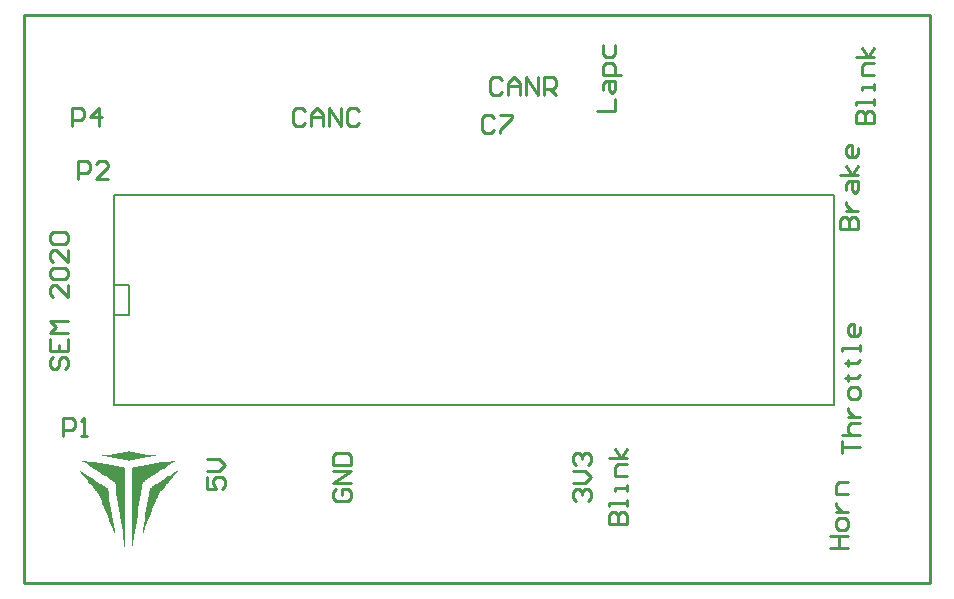
<source format=gto>
G04*
G04 #@! TF.GenerationSoftware,Altium Limited,Altium Designer,20.0.12 (288)*
G04*
G04 Layer_Color=65535*
%FSLAX25Y25*%
%MOIN*%
G70*
G01*
G75*
%ADD10C,0.00787*%
%ADD11C,0.01000*%
G36*
X36131Y59511D02*
X37885D01*
Y59219D01*
X39638D01*
Y58926D01*
X41392D01*
Y58634D01*
X43146D01*
Y58342D01*
X44899D01*
Y58049D01*
X43146D01*
Y57757D01*
X41392D01*
Y57465D01*
X39638D01*
Y57173D01*
X37885D01*
Y56880D01*
X36131D01*
Y56588D01*
X35546D01*
Y56880D01*
X33793D01*
Y57173D01*
X32039D01*
Y57465D01*
X30286D01*
Y57757D01*
X28532D01*
Y58049D01*
X26778D01*
Y58342D01*
X28532D01*
Y58634D01*
X30286D01*
Y58926D01*
X32039D01*
Y59219D01*
X33793D01*
Y59511D01*
X35546D01*
Y59803D01*
X36131D01*
Y59511D01*
D02*
G37*
G36*
X52206Y52789D02*
X51914D01*
Y52496D01*
X51621D01*
Y52204D01*
X51329D01*
Y51912D01*
X51037D01*
Y51619D01*
X50745D01*
Y51327D01*
Y51035D01*
X50452D01*
Y50743D01*
X50160D01*
Y50450D01*
X49868D01*
Y50158D01*
X49575D01*
Y49866D01*
X49283D01*
Y49574D01*
Y49281D01*
X48991D01*
Y48989D01*
X48699D01*
Y48697D01*
X48406D01*
Y48404D01*
X48114D01*
Y48112D01*
X47822D01*
Y47820D01*
Y47528D01*
X47530D01*
Y47235D01*
X47237D01*
Y46943D01*
X46945D01*
Y46651D01*
X46653D01*
Y46359D01*
X46361D01*
Y46066D01*
Y45774D01*
X46068D01*
Y45482D01*
X45776D01*
Y45189D01*
X45484D01*
Y44897D01*
Y44605D01*
Y44313D01*
X45191D01*
Y44020D01*
Y43728D01*
X44899D01*
Y43436D01*
Y43144D01*
Y42851D01*
X44607D01*
Y42559D01*
Y42267D01*
X44315D01*
Y41974D01*
Y41682D01*
Y41390D01*
X44022D01*
Y41098D01*
Y40806D01*
X43730D01*
Y40513D01*
Y40221D01*
Y39929D01*
X43438D01*
Y39636D01*
Y39344D01*
X43146D01*
Y39052D01*
Y38760D01*
Y38467D01*
X42853D01*
Y38175D01*
Y37883D01*
X42561D01*
Y37591D01*
Y37298D01*
Y37006D01*
X42269D01*
Y36714D01*
Y36421D01*
X41976D01*
Y36129D01*
Y35837D01*
Y35545D01*
X41684D01*
Y35252D01*
Y34960D01*
X41392D01*
Y34668D01*
Y34376D01*
Y34083D01*
X41100D01*
Y33791D01*
Y33499D01*
X40807D01*
Y33206D01*
Y32914D01*
Y32622D01*
X40515D01*
Y32914D01*
Y33206D01*
Y33499D01*
Y33791D01*
Y34083D01*
Y34376D01*
X40807D01*
Y34668D01*
Y34960D01*
Y35252D01*
Y35545D01*
Y35837D01*
Y36129D01*
X41100D01*
Y36421D01*
Y36714D01*
Y37006D01*
Y37298D01*
Y37591D01*
Y37883D01*
X41392D01*
Y38175D01*
Y38467D01*
Y38760D01*
Y39052D01*
Y39344D01*
X41684D01*
Y39636D01*
Y39929D01*
Y40221D01*
Y40513D01*
Y40806D01*
Y41098D01*
X41976D01*
Y41390D01*
Y41682D01*
Y41974D01*
Y42267D01*
Y42559D01*
Y42851D01*
X42269D01*
Y43144D01*
Y43436D01*
Y43728D01*
Y44020D01*
Y44313D01*
Y44605D01*
X42561D01*
Y44897D01*
Y45189D01*
Y45482D01*
Y45774D01*
Y46066D01*
Y46359D01*
X42853D01*
Y46651D01*
Y46943D01*
Y47235D01*
Y47528D01*
X43438D01*
Y47820D01*
X43730D01*
Y48112D01*
X44315D01*
Y48404D01*
X44607D01*
Y48697D01*
X45191D01*
Y48989D01*
X45484D01*
Y49281D01*
X46068D01*
Y49574D01*
X46653D01*
Y49866D01*
X46945D01*
Y50158D01*
X47530D01*
Y50450D01*
X47822D01*
Y50743D01*
X48406D01*
Y51035D01*
X48699D01*
Y51327D01*
X49283D01*
Y51619D01*
X49868D01*
Y51912D01*
X50160D01*
Y52204D01*
X50745D01*
Y52496D01*
X51037D01*
Y52789D01*
X51621D01*
Y53081D01*
X52206D01*
Y52789D01*
D02*
G37*
G36*
X20056D02*
X20641D01*
Y52496D01*
X20933D01*
Y52204D01*
X21518D01*
Y51912D01*
X21810D01*
Y51619D01*
X22394D01*
Y51327D01*
X22687D01*
Y51035D01*
X23271D01*
Y50743D01*
X23856D01*
Y50450D01*
X24148D01*
Y50158D01*
X24733D01*
Y49866D01*
X25025D01*
Y49574D01*
X25609D01*
Y49281D01*
X25901D01*
Y48989D01*
X26486D01*
Y48697D01*
X27071D01*
Y48404D01*
X27363D01*
Y48112D01*
X27947D01*
Y47820D01*
X28240D01*
Y47528D01*
X28824D01*
Y47235D01*
Y46943D01*
Y46651D01*
Y46359D01*
X29116D01*
Y46066D01*
Y45774D01*
Y45482D01*
Y45189D01*
Y44897D01*
Y44605D01*
X29409D01*
Y44313D01*
Y44020D01*
Y43728D01*
Y43436D01*
Y43144D01*
Y42851D01*
X29701D01*
Y42559D01*
Y42267D01*
Y41974D01*
Y41682D01*
Y41390D01*
Y41098D01*
X29993D01*
Y40806D01*
Y40513D01*
Y40221D01*
Y39929D01*
Y39636D01*
Y39344D01*
X30286D01*
Y39052D01*
Y38760D01*
Y38467D01*
Y38175D01*
Y37883D01*
Y37591D01*
X30578D01*
Y37298D01*
Y37006D01*
Y36714D01*
Y36421D01*
Y36129D01*
Y35837D01*
X30870D01*
Y35545D01*
Y35252D01*
Y34960D01*
Y34668D01*
Y34376D01*
Y34083D01*
X31162D01*
Y33791D01*
Y33499D01*
Y33206D01*
Y32914D01*
Y32622D01*
X30870D01*
Y32914D01*
Y33206D01*
X30578D01*
Y33499D01*
Y33791D01*
Y34083D01*
X30286D01*
Y34376D01*
Y34668D01*
X29993D01*
Y34960D01*
Y35252D01*
Y35545D01*
X29701D01*
Y35837D01*
Y36129D01*
X29409D01*
Y36421D01*
Y36714D01*
Y37006D01*
X29116D01*
Y37298D01*
Y37591D01*
X28824D01*
Y37883D01*
Y38175D01*
Y38467D01*
X28532D01*
Y38760D01*
Y39052D01*
X28240D01*
Y39344D01*
Y39636D01*
Y39929D01*
X27947D01*
Y40221D01*
Y40513D01*
X27655D01*
Y40806D01*
Y41098D01*
Y41390D01*
X27363D01*
Y41682D01*
Y41974D01*
X27071D01*
Y42267D01*
Y42559D01*
Y42851D01*
X26778D01*
Y43144D01*
Y43436D01*
X26486D01*
Y43728D01*
Y44020D01*
Y44313D01*
X26194D01*
Y44605D01*
Y44897D01*
X25901D01*
Y45189D01*
Y45482D01*
X25609D01*
Y45774D01*
X25317D01*
Y46066D01*
Y46359D01*
X25025D01*
Y46651D01*
X24733D01*
Y46943D01*
X24440D01*
Y47235D01*
X24148D01*
Y47528D01*
X23856D01*
Y47820D01*
Y48112D01*
X23563D01*
Y48404D01*
X23271D01*
Y48697D01*
X22979D01*
Y48989D01*
X22687D01*
Y49281D01*
X22394D01*
Y49574D01*
Y49866D01*
X22102D01*
Y50158D01*
X21810D01*
Y50450D01*
X21518D01*
Y50743D01*
X21225D01*
Y51035D01*
X20933D01*
Y51327D01*
Y51619D01*
X20641D01*
Y51912D01*
X20348D01*
Y52204D01*
X20056D01*
Y52496D01*
X19764D01*
Y52789D01*
X19472D01*
Y53081D01*
X20056D01*
Y52789D01*
D02*
G37*
G36*
X51329Y56296D02*
X50745D01*
Y56004D01*
X50452D01*
Y55711D01*
X49868D01*
Y55419D01*
X49575D01*
Y55127D01*
X48991D01*
Y54835D01*
X48699D01*
Y54542D01*
X48114D01*
Y54250D01*
X47822D01*
Y53958D01*
X47237D01*
Y53665D01*
X46945D01*
Y53373D01*
X46361D01*
Y53081D01*
X45776D01*
Y52789D01*
X45484D01*
Y52496D01*
X44899D01*
Y52204D01*
X44607D01*
Y51912D01*
X44022D01*
Y51619D01*
X43730D01*
Y51327D01*
X43146D01*
Y51035D01*
X42853D01*
Y50743D01*
X42269D01*
Y50450D01*
X41976D01*
Y50158D01*
X41392D01*
Y49866D01*
X41100D01*
Y49574D01*
X40515D01*
Y49281D01*
Y48989D01*
Y48697D01*
X40223D01*
Y48404D01*
Y48112D01*
Y47820D01*
Y47528D01*
Y47235D01*
Y46943D01*
X39931D01*
Y46651D01*
Y46359D01*
Y46066D01*
Y45774D01*
Y45482D01*
Y45189D01*
Y44897D01*
X39638D01*
Y44605D01*
Y44313D01*
Y44020D01*
Y43728D01*
Y43436D01*
Y43144D01*
X39346D01*
Y42851D01*
Y42559D01*
Y42267D01*
Y41974D01*
Y41682D01*
Y41390D01*
X39054D01*
Y41098D01*
Y40806D01*
Y40513D01*
Y40221D01*
Y39929D01*
Y39636D01*
Y39344D01*
X38761D01*
Y39052D01*
Y38760D01*
Y38467D01*
Y38175D01*
Y37883D01*
Y37591D01*
X38469D01*
Y37298D01*
Y37006D01*
Y36714D01*
Y36421D01*
Y36129D01*
Y35837D01*
Y35545D01*
X38177D01*
Y35252D01*
Y34960D01*
Y34668D01*
Y34376D01*
Y34083D01*
Y33791D01*
X37885D01*
Y33499D01*
Y33206D01*
Y32914D01*
Y32622D01*
Y32330D01*
Y32037D01*
X37592D01*
Y31745D01*
Y31453D01*
Y31161D01*
Y30868D01*
Y30576D01*
Y30284D01*
Y29991D01*
X37300D01*
Y29699D01*
Y29407D01*
Y29115D01*
Y28822D01*
Y28530D01*
Y28238D01*
X37008D01*
Y28530D01*
Y28822D01*
Y29115D01*
Y29407D01*
Y29699D01*
Y29991D01*
Y30284D01*
Y30576D01*
Y30868D01*
Y31161D01*
Y31453D01*
Y31745D01*
Y32037D01*
Y32330D01*
Y32622D01*
Y32914D01*
Y33206D01*
Y33499D01*
Y33791D01*
Y34083D01*
Y34376D01*
Y34668D01*
Y34960D01*
Y35252D01*
Y35545D01*
Y35837D01*
Y36129D01*
Y36421D01*
Y36714D01*
Y37006D01*
Y37298D01*
Y37591D01*
Y37883D01*
Y38175D01*
Y38467D01*
Y38760D01*
Y39052D01*
Y39344D01*
Y39636D01*
Y39929D01*
Y40221D01*
Y40513D01*
Y40806D01*
Y41098D01*
Y41390D01*
Y41682D01*
Y41974D01*
Y42267D01*
Y42559D01*
Y42851D01*
Y43144D01*
Y43436D01*
Y43728D01*
Y44020D01*
Y44313D01*
Y44605D01*
Y44897D01*
Y45189D01*
Y45482D01*
Y45774D01*
Y46066D01*
Y46359D01*
Y46651D01*
Y46943D01*
Y47235D01*
Y47528D01*
Y47820D01*
Y48112D01*
Y48404D01*
Y48697D01*
Y48989D01*
Y49281D01*
Y49574D01*
Y49866D01*
Y50158D01*
Y50450D01*
Y50743D01*
Y51035D01*
Y51327D01*
Y51619D01*
Y51912D01*
Y52204D01*
Y52496D01*
Y52789D01*
Y53081D01*
Y53373D01*
Y53665D01*
Y53958D01*
Y54250D01*
X37300D01*
Y54542D01*
X39054D01*
Y54835D01*
X40807D01*
Y55127D01*
X42561D01*
Y55419D01*
X44315D01*
Y55711D01*
X46068D01*
Y56004D01*
X48114D01*
Y56296D01*
X49868D01*
Y56588D01*
X51329D01*
Y56296D01*
D02*
G37*
G36*
X21810D02*
X23563D01*
Y56004D01*
X25317D01*
Y55711D01*
X27363D01*
Y55419D01*
X29116D01*
Y55127D01*
X30870D01*
Y54835D01*
X32624D01*
Y54542D01*
X34377D01*
Y54250D01*
X34670D01*
Y53958D01*
Y53665D01*
Y53373D01*
Y53081D01*
Y52789D01*
Y52496D01*
Y52204D01*
Y51912D01*
Y51619D01*
Y51327D01*
Y51035D01*
Y50743D01*
Y50450D01*
Y50158D01*
Y49866D01*
Y49574D01*
Y49281D01*
Y48989D01*
Y48697D01*
Y48404D01*
Y48112D01*
Y47820D01*
Y47528D01*
Y47235D01*
Y46943D01*
Y46651D01*
Y46359D01*
Y46066D01*
Y45774D01*
Y45482D01*
Y45189D01*
Y44897D01*
Y44605D01*
Y44313D01*
Y44020D01*
Y43728D01*
Y43436D01*
Y43144D01*
Y42851D01*
Y42559D01*
Y42267D01*
Y41974D01*
Y41682D01*
Y41390D01*
Y41098D01*
Y40806D01*
Y40513D01*
Y40221D01*
Y39929D01*
Y39636D01*
Y39344D01*
Y39052D01*
Y38760D01*
Y38467D01*
Y38175D01*
Y37883D01*
Y37591D01*
Y37298D01*
Y37006D01*
Y36714D01*
Y36421D01*
Y36129D01*
Y35837D01*
Y35545D01*
Y35252D01*
Y34960D01*
Y34668D01*
Y34376D01*
Y34083D01*
Y33791D01*
Y33499D01*
Y33206D01*
Y32914D01*
Y32622D01*
Y32330D01*
Y32037D01*
Y31745D01*
Y31453D01*
Y31161D01*
Y30868D01*
Y30576D01*
Y30284D01*
Y29991D01*
Y29699D01*
Y29407D01*
Y29115D01*
Y28822D01*
Y28530D01*
Y28238D01*
Y27946D01*
X34377D01*
Y28238D01*
Y28530D01*
Y28822D01*
Y29115D01*
Y29407D01*
Y29699D01*
Y29991D01*
X34085D01*
Y30284D01*
Y30576D01*
Y30868D01*
Y31161D01*
Y31453D01*
Y31745D01*
X33793D01*
Y32037D01*
Y32330D01*
Y32622D01*
Y32914D01*
Y33206D01*
Y33499D01*
Y33791D01*
X33501D01*
Y34083D01*
Y34376D01*
Y34668D01*
Y34960D01*
Y35252D01*
Y35545D01*
X33208D01*
Y35837D01*
Y36129D01*
Y36421D01*
Y36714D01*
Y37006D01*
Y37298D01*
X32916D01*
Y37591D01*
Y37883D01*
Y38175D01*
Y38467D01*
Y38760D01*
Y39052D01*
Y39344D01*
X32624D01*
Y39636D01*
Y39929D01*
Y40221D01*
Y40513D01*
Y40806D01*
Y41098D01*
X32331D01*
Y41390D01*
Y41682D01*
Y41974D01*
Y42267D01*
Y42559D01*
Y42851D01*
Y43144D01*
X32039D01*
Y43436D01*
Y43728D01*
Y44020D01*
Y44313D01*
Y44605D01*
Y44897D01*
X31747D01*
Y45189D01*
Y45482D01*
Y45774D01*
Y46066D01*
Y46359D01*
Y46651D01*
X31455D01*
Y46943D01*
Y47235D01*
Y47528D01*
Y47820D01*
Y48112D01*
Y48404D01*
Y48697D01*
X31162D01*
Y48989D01*
Y49281D01*
Y49574D01*
X30578D01*
Y49866D01*
X30286D01*
Y50158D01*
X29701D01*
Y50450D01*
X29409D01*
Y50743D01*
X28824D01*
Y51035D01*
X28532D01*
Y51327D01*
X27947D01*
Y51619D01*
X27655D01*
Y51912D01*
X27071D01*
Y52204D01*
X26486D01*
Y52496D01*
X26194D01*
Y52789D01*
X25609D01*
Y53081D01*
X25317D01*
Y53373D01*
X24733D01*
Y53665D01*
X24440D01*
Y53958D01*
X23856D01*
Y54250D01*
X23563D01*
Y54542D01*
X22979D01*
Y54835D01*
X22687D01*
Y55127D01*
X22102D01*
Y55419D01*
X21810D01*
Y55711D01*
X21225D01*
Y56004D01*
X20933D01*
Y56296D01*
X20348D01*
Y56588D01*
X21810D01*
Y56296D01*
D02*
G37*
D10*
X271000Y75000D02*
Y145000D01*
X31000D02*
X271000D01*
X31000Y115000D02*
X36000D01*
Y105000D02*
Y115000D01*
X31000Y105000D02*
X36000D01*
X31000Y75000D02*
X271000D01*
X31000D02*
Y145000D01*
D11*
X10502Y90999D02*
X9502Y89999D01*
Y88000D01*
X10502Y87000D01*
X11501D01*
X12501Y88000D01*
Y89999D01*
X13501Y90999D01*
X14500D01*
X15500Y89999D01*
Y88000D01*
X14500Y87000D01*
X9502Y96997D02*
Y92998D01*
X15500D01*
Y96997D01*
X12501Y92998D02*
Y94997D01*
X15500Y98996D02*
X9502D01*
X11501Y100996D01*
X9502Y102995D01*
X15500D01*
Y114991D02*
Y110992D01*
X11501Y114991D01*
X10502D01*
X9502Y113991D01*
Y111992D01*
X10502Y110992D01*
Y116990D02*
X9502Y117990D01*
Y119989D01*
X10502Y120989D01*
X14500D01*
X15500Y119989D01*
Y117990D01*
X14500Y116990D01*
X10502D01*
X15500Y126987D02*
Y122988D01*
X11501Y126987D01*
X10502D01*
X9502Y125987D01*
Y123988D01*
X10502Y122988D01*
Y128986D02*
X9502Y129986D01*
Y131985D01*
X10502Y132985D01*
X14500D01*
X15500Y131985D01*
Y129986D01*
X14500Y128986D01*
X10502D01*
X16831Y168307D02*
Y174305D01*
X19830D01*
X20829Y173305D01*
Y171306D01*
X19830Y170306D01*
X16831D01*
X25828Y168307D02*
Y174305D01*
X22829Y171306D01*
X26827D01*
X272978Y133669D02*
X278976D01*
Y136668D01*
X277977Y137668D01*
X276977D01*
X275977Y136668D01*
Y133669D01*
Y136668D01*
X274978Y137668D01*
X273978D01*
X272978Y136668D01*
Y133669D01*
X274978Y139667D02*
X278976D01*
X276977D01*
X275977Y140667D01*
X274978Y141667D01*
Y142666D01*
Y146665D02*
Y148664D01*
X275977Y149664D01*
X278976D01*
Y146665D01*
X277977Y145665D01*
X276977Y146665D01*
Y149664D01*
X278976Y151663D02*
X272978D01*
X276977D02*
X274978Y154663D01*
X276977Y151663D02*
X278976Y154663D01*
Y160661D02*
Y158661D01*
X277977Y157661D01*
X275977D01*
X274978Y158661D01*
Y160661D01*
X275977Y161660D01*
X276977D01*
Y157661D01*
X273530Y59055D02*
Y63054D01*
Y61054D01*
X279528D01*
X273530Y65053D02*
X279528D01*
X276529D01*
X275529Y66053D01*
Y68052D01*
X276529Y69052D01*
X279528D01*
X275529Y71051D02*
X279528D01*
X277528D01*
X276529Y72051D01*
X275529Y73051D01*
Y74050D01*
X279528Y78049D02*
Y80048D01*
X278528Y81048D01*
X276529D01*
X275529Y80048D01*
Y78049D01*
X276529Y77049D01*
X278528D01*
X279528Y78049D01*
X274529Y84047D02*
X275529D01*
Y83047D01*
Y85047D01*
Y84047D01*
X278528D01*
X279528Y85047D01*
X274529Y89045D02*
X275529D01*
Y88046D01*
Y90045D01*
Y89045D01*
X278528D01*
X279528Y90045D01*
Y93044D02*
Y95043D01*
Y94044D01*
X273530D01*
Y93044D01*
X279528Y101041D02*
Y99042D01*
X278528Y98043D01*
X276529D01*
X275529Y99042D01*
Y101041D01*
X276529Y102041D01*
X277528D01*
Y98043D01*
X192033Y173228D02*
X198031D01*
Y177227D01*
X194033Y180226D02*
Y182225D01*
X195033Y183225D01*
X198031D01*
Y180226D01*
X197032Y179226D01*
X196032Y180226D01*
Y183225D01*
X200031Y185224D02*
X194033D01*
Y188224D01*
X195033Y189223D01*
X197032D01*
X198031Y188224D01*
Y185224D01*
X194033Y195221D02*
Y192222D01*
X195033Y191223D01*
X197032D01*
X198031Y192222D01*
Y195221D01*
X195774Y35433D02*
X201772D01*
Y38432D01*
X200772Y39432D01*
X199772D01*
X198773Y38432D01*
Y35433D01*
Y38432D01*
X197773Y39432D01*
X196773D01*
X195774Y38432D01*
Y35433D01*
X201772Y41431D02*
Y43431D01*
Y42431D01*
X195774D01*
Y41431D01*
X201772Y46429D02*
Y48429D01*
Y47429D01*
X197773D01*
Y46429D01*
X201772Y51428D02*
X197773D01*
Y54427D01*
X198773Y55427D01*
X201772D01*
Y57426D02*
X195774D01*
X199772D02*
X197773Y60425D01*
X199772Y57426D02*
X201772Y60425D01*
X269592Y27559D02*
X275590D01*
X272591D01*
Y31558D01*
X269592D01*
X275590D01*
Y34557D02*
Y36556D01*
X274591Y37556D01*
X272591D01*
X271592Y36556D01*
Y34557D01*
X272591Y33557D01*
X274591D01*
X275590Y34557D01*
X271592Y39555D02*
X275590D01*
X273591D01*
X272591Y40555D01*
X271592Y41554D01*
Y42554D01*
X275590Y45553D02*
X271592D01*
Y48552D01*
X272591Y49552D01*
X275590D01*
X278254Y169291D02*
X284252D01*
Y172290D01*
X283252Y173290D01*
X282253D01*
X281253Y172290D01*
Y169291D01*
Y172290D01*
X280253Y173290D01*
X279254D01*
X278254Y172290D01*
Y169291D01*
X284252Y175289D02*
Y177289D01*
Y176289D01*
X278254D01*
Y175289D01*
X284252Y180288D02*
Y182287D01*
Y181288D01*
X280253D01*
Y180288D01*
X284252Y185286D02*
X280253D01*
Y188285D01*
X281253Y189285D01*
X284252D01*
Y191284D02*
X278254D01*
X282253D02*
X280253Y194283D01*
X282253Y191284D02*
X284252Y194283D01*
X19000Y150500D02*
Y156498D01*
X21999D01*
X22999Y155498D01*
Y153499D01*
X21999Y152499D01*
X19000D01*
X28997Y150500D02*
X24998D01*
X28997Y154499D01*
Y155498D01*
X27997Y156498D01*
X25998D01*
X24998Y155498D01*
X13780Y64961D02*
Y70959D01*
X16779D01*
X17778Y69959D01*
Y67960D01*
X16779Y66960D01*
X13780D01*
X19778Y64961D02*
X21777D01*
X20777D01*
Y70959D01*
X19778Y69959D01*
X105002Y46999D02*
X104002Y45999D01*
Y44000D01*
X105002Y43000D01*
X109000D01*
X110000Y44000D01*
Y45999D01*
X109000Y46999D01*
X107001D01*
Y44999D01*
X110000Y48998D02*
X104002D01*
X110000Y52997D01*
X104002D01*
Y54996D02*
X110000D01*
Y57995D01*
X109000Y58995D01*
X105002D01*
X104002Y57995D01*
Y54996D01*
X160188Y183494D02*
X159188Y184494D01*
X157189D01*
X156189Y183494D01*
Y179496D01*
X157189Y178496D01*
X159188D01*
X160188Y179496D01*
X162187Y178496D02*
Y182495D01*
X164186Y184494D01*
X166186Y182495D01*
Y178496D01*
Y181495D01*
X162187D01*
X168185Y178496D02*
Y184494D01*
X172184Y178496D01*
Y184494D01*
X174183Y178496D02*
Y184494D01*
X177182D01*
X178182Y183494D01*
Y181495D01*
X177182Y180495D01*
X174183D01*
X176182D02*
X178182Y178496D01*
X94680Y173101D02*
X93680Y174100D01*
X91681D01*
X90681Y173101D01*
Y169102D01*
X91681Y168102D01*
X93680D01*
X94680Y169102D01*
X96679Y168102D02*
Y172101D01*
X98678Y174100D01*
X100678Y172101D01*
Y168102D01*
Y171101D01*
X96679D01*
X102677Y168102D02*
Y174100D01*
X106676Y168102D01*
Y174100D01*
X112674Y173101D02*
X111674Y174100D01*
X109675D01*
X108675Y173101D01*
Y169102D01*
X109675Y168102D01*
X111674D01*
X112674Y169102D01*
X157589Y170896D02*
X156590Y171896D01*
X154590D01*
X153591Y170896D01*
Y166897D01*
X154590Y165898D01*
X156590D01*
X157589Y166897D01*
X159589Y171896D02*
X163587D01*
Y170896D01*
X159589Y166897D01*
Y165898D01*
X62002Y50999D02*
Y47000D01*
X65001D01*
X64001Y48999D01*
Y49999D01*
X65001Y50999D01*
X67000D01*
X68000Y49999D01*
Y48000D01*
X67000Y47000D01*
X62002Y52998D02*
X66001D01*
X68000Y54997D01*
X66001Y56997D01*
X62002D01*
X185002Y43000D02*
X184002Y44000D01*
Y45999D01*
X185002Y46999D01*
X186001D01*
X187001Y45999D01*
Y44999D01*
Y45999D01*
X188001Y46999D01*
X189000D01*
X190000Y45999D01*
Y44000D01*
X189000Y43000D01*
X184002Y48998D02*
X188001D01*
X190000Y50997D01*
X188001Y52997D01*
X184002D01*
X185002Y54996D02*
X184002Y55996D01*
Y57995D01*
X185002Y58995D01*
X186001D01*
X187001Y57995D01*
Y56995D01*
Y57995D01*
X188001Y58995D01*
X189000D01*
X190000Y57995D01*
Y55996D01*
X189000Y54996D01*
X1000Y15748D02*
X303000D01*
X303000Y205000D02*
X303000Y15748D01*
X1000Y205000D02*
X303000D01*
X1000D02*
X1000Y15748D01*
M02*

</source>
